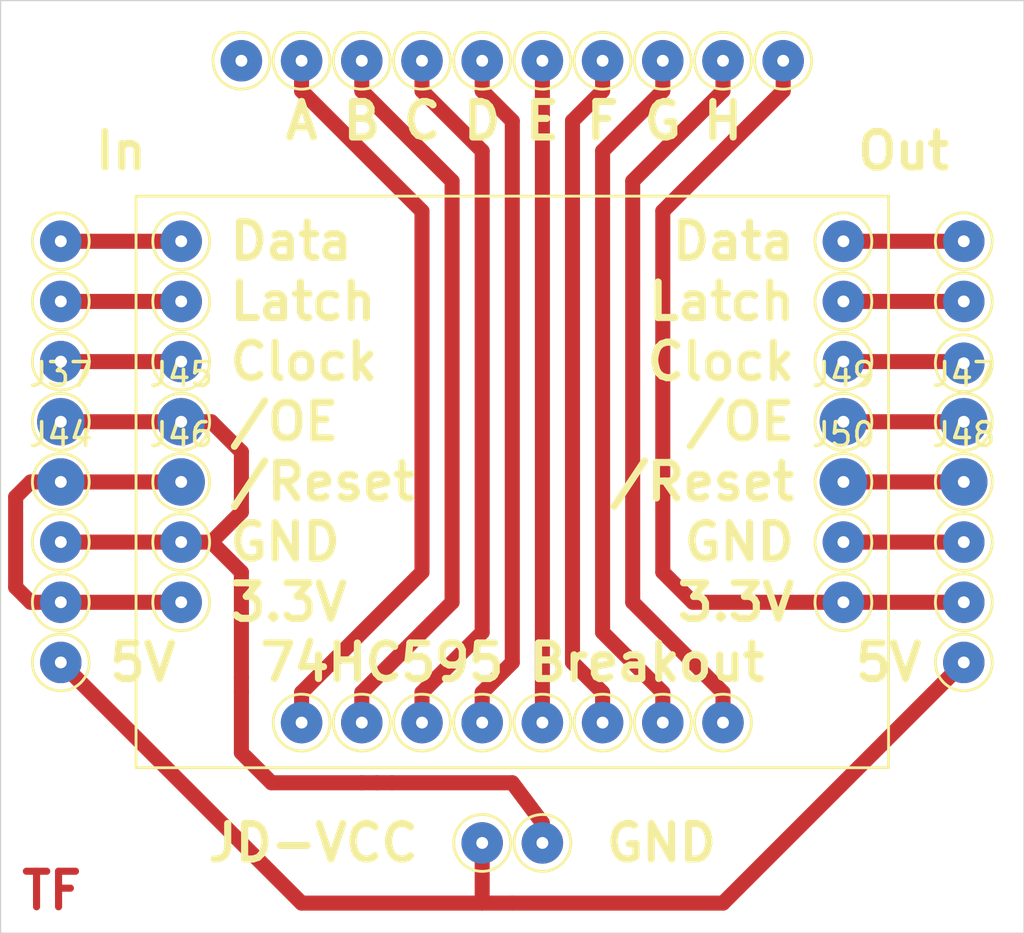
<source format=kicad_pcb>
(kicad_pcb (version 20211014) (generator pcbnew)
  (layers (0 "F.Cu" signal) (31 "B.Cu" signal) (34 "B.Paste" user) (35 "F.Paste" user) (36 "B.SilkS" user "B.Silkscreen") (37 "F.SilkS" user "F.Silkscreen") (38 "B.Mask" user) (39 "F.Mask" user) (44 "Edge.Cuts" user))
  (net 0 "")
  (net 1 "/5V")
  (net 2 "/A")
  (net 3 "/B")
  (net 4 "/C")
  (net 5 "/D")
  (net 6 "/E")
  (net 7 "/F")
  (net 8 "/G")
  (net 9 "/H")
  (net 10 "/Data1")
  (net 11 "/Latch1")
  (net 12 "/Clock1")
  (net 13 "/GND1")
  (net 14 "/3.3V1")
  (net 15 "/Data2")
  (net 16 "/Latch2")
  (net 17 "/Clock2")
  (net 18 "/GND2")
  (net 19 "/3.3V2")
  (net 20 "/OE2")
  (net 21 "/Reset2")
  (footprint "TestPoint:TestPoint_Pad_D2.0mm" (layer "F.Cu") (at 149.86 66.04 90)
    (fp_text reference "J1" hide)
    (fp_text value "Conn_01x01_Male" hide)
    (fp_circle (center 0 0) (end 0 1.2) (layer "F.SilkS") (width 0.12) (fill none))
    (pad "1" thru_hole circle locked (at 0 0 90) (size 1.75 1.75) (drill 0.5) (layers *.Cu *.Mask) (net 10 "/Data1"))
  )
  (footprint "TestPoint:TestPoint_Pad_D2.0mm" (layer "F.Cu") (at 149.86 68.58 90)
    (fp_text reference "J2" hide)
    (fp_text value "Conn_01x01_Male" hide)
    (fp_circle (center 0 0) (end 0 1.2) (layer "F.SilkS") (width 0.12) (fill none))
    (pad "1" thru_hole circle locked (at 0 0 90) (size 1.75 1.75) (drill 0.5) (layers *.Cu *.Mask) (net 11 "/Latch1"))
  )
  (footprint "TestPoint:TestPoint_Pad_D2.0mm" (layer "F.Cu") (at 149.86 71.12 90)
    (fp_text reference "J3" hide)
    (fp_text value "Conn_01x01_Male" hide)
    (fp_circle (center 0 0) (end 0 1.2) (layer "F.SilkS") (width 0.12) (fill none))
    (pad "1" thru_hole circle locked (at 0 0 90) (size 1.75 1.75) (drill 0.5) (layers *.Cu *.Mask) (net 12 "/Clock1"))
  )
  (footprint "TestPoint:TestPoint_Pad_D2.0mm" (layer "F.Cu") (at 144.78 78.74)
    (fp_text reference "J4" hide)
    (fp_text value "Conn_01x01_Male" hide)
    (fp_circle (center 0 0) (end 0 1.2) (layer "F.SilkS") (width 0.12) (fill none))
    (pad "1" thru_hole circle locked (at 0 0 90) (size 1.75 1.75) (drill 0.5) (layers *.Cu *.Mask) (net 13 "/GND1"))
  )
  (footprint "TestPoint:TestPoint_Pad_D2.0mm" (layer "F.Cu") (at 144.78 81.28 90)
    (fp_text reference "J6" hide)
    (fp_text value "Conn_01x01_Male" hide)
    (fp_circle (center 0 0) (end 0 1.2) (layer "F.SilkS") (width 0.12) (fill none))
    (pad "1" thru_hole circle locked (at 0 0 90) (size 1.75 1.75) (drill 0.5) (layers *.Cu *.Mask) (net 14 "/3.3V1"))
  )
  (footprint "TestPoint:TestPoint_Pad_D2.0mm" (layer "F.Cu") (at 182.88 83.82 90)
    (fp_text reference "J8" hide)
    (fp_text value "Conn_01x01_Male" hide)
    (fp_circle (center 0 0) (end 0 1.2) (layer "F.SilkS") (width 0.12) (fill none))
    (pad "1" thru_hole circle locked (at 0 0 90) (size 1.75 1.75) (drill 0.5) (layers *.Cu *.Mask) (net 1 "/5V"))
  )
  (footprint "TestPoint:TestPoint_Pad_D2.0mm" (layer "F.Cu") (at 144.78 66.04 90)
    (fp_text reference "J9" hide)
    (fp_text value "Conn_01x01_Male" hide)
    (fp_circle (center 0 0) (end 0 1.2) (layer "F.SilkS") (width 0.12) (fill none))
    (pad "1" thru_hole circle locked (at 0 0 90) (size 1.75 1.75) (drill 0.5) (layers *.Cu *.Mask) (net 10 "/Data1"))
  )
  (footprint "TestPoint:TestPoint_Pad_D2.0mm" (layer "F.Cu") (at 144.78 68.58 90)
    (fp_text reference "J10" hide)
    (fp_text value "Conn_01x01_Male" hide)
    (fp_circle (center 0 0) (end 0 1.2) (layer "F.SilkS") (width 0.12) (fill none))
    (pad "1" thru_hole circle locked (at 0 0 90) (size 1.75 1.75) (drill 0.5) (layers *.Cu *.Mask) (net 11 "/Latch1"))
  )
  (footprint "TestPoint:TestPoint_Pad_D2.0mm" (layer "F.Cu") (at 144.78 71.12 90)
    (fp_text reference "J11" hide)
    (fp_text value "Conn_01x01_Male" hide)
    (fp_circle (center 0 0) (end 0 1.2) (layer "F.SilkS") (width 0.12) (fill none))
    (pad "1" thru_hole circle locked (at 0 0 90) (size 1.75 1.75) (drill 0.5) (layers *.Cu *.Mask) (net 12 "/Clock1"))
  )
  (footprint "TestPoint:TestPoint_Pad_D2.0mm" (layer "F.Cu") (at 149.86 78.74 90)
    (fp_text reference "J12" hide)
    (fp_text value "Conn_01x01_Male" hide)
    (fp_circle (center 0 0) (end 0 1.2) (layer "F.SilkS") (width 0.12) (fill none))
    (pad "1" thru_hole circle locked (at 0 0 90) (size 1.75 1.75) (drill 0.5) (layers *.Cu *.Mask) (net 13 "/GND1"))
  )
  (footprint "TestPoint:TestPoint_Pad_D2.0mm" (layer "F.Cu") (at 149.86 81.28 90)
    (fp_text reference "J13" hide)
    (fp_text value "Conn_01x01_Male" hide)
    (fp_circle (center 0 0) (end 0 1.2) (layer "F.SilkS") (width 0.12) (fill none))
    (pad "1" thru_hole circle locked (at 0 0 90) (size 1.75 1.75) (drill 0.5) (layers *.Cu *.Mask) (net 14 "/3.3V1"))
  )
  (footprint "TestPoint:TestPoint_Pad_D2.0mm" (layer "F.Cu") (at 152.4 58.42 90)
    (fp_text reference "J14" hide)
    (fp_text value "Conn_01x01_Male" hide)
    (fp_circle (center 0 0) (end 0 1.2) (layer "F.SilkS") (width 0.12) (fill none))
    (pad "1" thru_hole circle locked (at 0 0 90) (size 1.75 1.75) (drill 0.5) (layers *.Cu *.Mask))
  )
  (footprint "TestPoint:TestPoint_Pad_D2.0mm" (layer "F.Cu") (at 154.94 86.36 90)
    (fp_text reference "J15" hide)
    (fp_text value "Conn_01x01_Male" hide)
    (fp_circle (center 0 0) (end 0 1.2) (layer "F.SilkS") (width 0.12) (fill none))
    (pad "1" thru_hole circle locked (at 0 0 90) (size 1.75 1.75) (drill 0.5) (layers *.Cu *.Mask) (net 2 "/A"))
  )
  (footprint "TestPoint:TestPoint_Pad_D2.0mm" (layer "F.Cu") (at 154.94 58.42 90)
    (fp_text reference "J16" hide)
    (fp_text value "Conn_01x01_Male" hide)
    (fp_circle (center 0 0) (end 0 1.2) (layer "F.SilkS") (width 0.12) (fill none))
    (pad "1" thru_hole circle locked (at 0 0 90) (size 1.75 1.75) (drill 0.5) (layers *.Cu *.Mask) (net 2 "/A"))
  )
  (footprint "TestPoint:TestPoint_Pad_D2.0mm" (layer "F.Cu") (at 157.48 58.42 90)
    (fp_text reference "J17" hide)
    (fp_text value "Conn_01x01_Male" hide)
    (fp_circle (center 0 0) (end 0 1.2) (layer "F.SilkS") (width 0.12) (fill none))
    (pad "1" thru_hole circle locked (at 0 0 90) (size 1.75 1.75) (drill 0.5) (layers *.Cu *.Mask) (net 3 "/B"))
  )
  (footprint "TestPoint:TestPoint_Pad_D2.0mm" (layer "F.Cu") (at 157.48 86.36 90)
    (fp_text reference "J18" hide)
    (fp_text value "Conn_01x01_Male" hide)
    (fp_circle (center 0 0) (end 0 1.2) (layer "F.SilkS") (width 0.12) (fill none))
    (pad "1" thru_hole circle locked (at 0 0 90) (size 1.75 1.75) (drill 0.5) (layers *.Cu *.Mask) (net 3 "/B"))
  )
  (footprint "TestPoint:TestPoint_Pad_D2.0mm" (layer "F.Cu") (at 160.02 86.36 90)
    (fp_text reference "J19" hide)
    (fp_text value "Conn_01x01_Male" hide)
    (fp_circle (center 0 0) (end 0 1.2) (layer "F.SilkS") (width 0.12) (fill none))
    (pad "1" thru_hole circle locked (at 0 0 90) (size 1.75 1.75) (drill 0.5) (layers *.Cu *.Mask) (net 4 "/C"))
  )
  (footprint "TestPoint:TestPoint_Pad_D2.0mm" (layer "F.Cu") (at 160.02 58.42 90)
    (fp_text reference "J20" hide)
    (fp_text value "Conn_01x01_Male" hide)
    (fp_circle (center 0 0) (end 0 1.2) (layer "F.SilkS") (width 0.12) (fill none))
    (pad "1" thru_hole circle locked (at 0 0 90) (size 1.75 1.75) (drill 0.5) (layers *.Cu *.Mask) (net 4 "/C"))
  )
  (footprint "TestPoint:TestPoint_Pad_D2.0mm" (layer "F.Cu") (at 162.56 86.36 90)
    (fp_text reference "J21" hide)
    (fp_text value "Conn_01x01_Male" hide)
    (fp_circle (center 0 0) (end 0 1.2) (layer "F.SilkS") (width 0.12) (fill none))
    (pad "1" thru_hole circle locked (at 0 0 90) (size 1.75 1.75) (drill 0.5) (layers *.Cu *.Mask) (net 5 "/D"))
  )
  (footprint "TestPoint:TestPoint_Pad_D2.0mm" (layer "F.Cu") (at 162.56 58.42 90)
    (fp_text reference "J22" hide)
    (fp_text value "Conn_01x01_Male" hide)
    (fp_circle (center 0 0) (end 0 1.2) (layer "F.SilkS") (width 0.12) (fill none))
    (pad "1" thru_hole circle locked (at 0 0 90) (size 1.75 1.75) (drill 0.5) (layers *.Cu *.Mask) (net 5 "/D"))
  )
  (footprint "TestPoint:TestPoint_Pad_D2.0mm" (layer "F.Cu") (at 165.1 86.36 90)
    (fp_text reference "J23" hide)
    (fp_text value "Conn_01x01_Male" hide)
    (fp_circle (center 0 0) (end 0 1.2) (layer "F.SilkS") (width 0.12) (fill none))
    (pad "1" thru_hole circle locked (at 0 0 90) (size 1.75 1.75) (drill 0.5) (layers *.Cu *.Mask) (net 6 "/E"))
  )
  (footprint "TestPoint:TestPoint_Pad_D2.0mm" (layer "F.Cu") (at 165.1 58.42 90)
    (fp_text reference "J24" hide)
    (fp_text value "Conn_01x01_Male" hide)
    (fp_circle (center 0 0) (end 0 1.2) (layer "F.SilkS") (width 0.12) (fill none))
    (pad "1" thru_hole circle locked (at 0 0 90) (size 1.75 1.75) (drill 0.5) (layers *.Cu *.Mask) (net 6 "/E"))
  )
  (footprint "TestPoint:TestPoint_Pad_D2.0mm" (layer "F.Cu") (at 167.64 86.36 90)
    (fp_text reference "J25" hide)
    (fp_text value "Conn_01x01_Male" hide)
    (fp_circle (center 0 0) (end 0 1.2) (layer "F.SilkS") (width 0.12) (fill none))
    (pad "1" thru_hole circle locked (at 0 0 90) (size 1.75 1.75) (drill 0.5) (layers *.Cu *.Mask) (net 7 "/F"))
  )
  (footprint "TestPoint:TestPoint_Pad_D2.0mm" (layer "F.Cu") (at 167.64 58.42 90)
    (fp_text reference "J26" hide)
    (fp_text value "Conn_01x01_Male" hide)
    (fp_circle (center 0 0) (end 0 1.2) (layer "F.SilkS") (width 0.12) (fill none))
    (pad "1" thru_hole circle locked (at 0 0 90) (size 1.75 1.75) (drill 0.5) (layers *.Cu *.Mask) (net 7 "/F"))
  )
  (footprint "TestPoint:TestPoint_Pad_D2.0mm" (layer "F.Cu") (at 170.18 58.42 90)
    (fp_text reference "J27" hide)
    (fp_text value "Conn_01x01_Male" hide)
    (fp_circle (center 0 0) (end 0 1.2) (layer "F.SilkS") (width 0.12) (fill none))
    (pad "1" thru_hole circle locked (at 0 0 90) (size 1.75 1.75) (drill 0.5) (layers *.Cu *.Mask) (net 8 "/G"))
  )
  (footprint "TestPoint:TestPoint_Pad_D2.0mm" (layer "F.Cu") (at 170.18 86.36 90)
    (fp_text reference "J28" hide)
    (fp_text value "Conn_01x01_Male" hide)
    (fp_circle (center 0 0) (end 0 1.2) (layer "F.SilkS") (width 0.12) (fill none))
    (pad "1" thru_hole circle locked (at 0 0 90) (size 1.75 1.75) (drill 0.5) (layers *.Cu *.Mask) (net 8 "/G"))
  )
  (footprint "TestPoint:TestPoint_Pad_D2.0mm" (layer "F.Cu") (at 172.72 86.36 90)
    (fp_text reference "J29" hide)
    (fp_text value "Conn_01x01_Male" hide)
    (fp_circle (center 0 0) (end 0 1.2) (layer "F.SilkS") (width 0.12) (fill none))
    (pad "1" thru_hole circle locked (at 0 0 90) (size 1.75 1.75) (drill 0.5) (layers *.Cu *.Mask) (net 9 "/H"))
  )
  (footprint "TestPoint:TestPoint_Pad_D2.0mm" (layer "F.Cu") (at 172.72 58.42 90)
    (fp_text reference "J30" hide)
    (fp_text value "Conn_01x01_Male" hide)
    (fp_circle (center 0 0) (end 0 1.2) (layer "F.SilkS") (width 0.12) (fill none))
    (pad "1" thru_hole circle locked (at 0 0 90) (size 1.75 1.75) (drill 0.5) (layers *.Cu *.Mask) (net 9 "/H"))
  )
  (footprint "TestPoint:TestPoint_Pad_D2.0mm" (layer "F.Cu") (at 177.8 66.04 90)
    (fp_text reference "J32" hide)
    (fp_text value "Conn_01x01_Male" hide)
    (fp_circle (center 0 0) (end 0 1.2) (layer "F.SilkS") (width 0.12) (fill none))
    (pad "1" thru_hole circle locked (at 0 0 90) (size 1.75 1.75) (drill 0.5) (layers *.Cu *.Mask) (net 15 "/Data2"))
  )
  (footprint "TestPoint:TestPoint_Pad_D2.0mm" (layer "F.Cu") (at 182.88 68.58 90)
    (fp_text reference "J33" hide)
    (fp_text value "Conn_01x01_Male" hide)
    (fp_circle (center 0 0) (end 0 1.2) (layer "F.SilkS") (width 0.12) (fill none))
    (pad "1" thru_hole circle locked (at 0 0 90) (size 1.75 1.75) (drill 0.5) (layers *.Cu *.Mask) (net 16 "/Latch2"))
  )
  (footprint "TestPoint:TestPoint_Pad_D2.0mm" (layer "F.Cu") (at 182.88 71.19 90)
    (fp_text reference "J34" hide)
    (fp_text value "Conn_01x01_Male" hide)
    (fp_circle (center 0 0) (end 0 1.2) (layer "F.SilkS") (width 0.12) (fill none))
    (pad "1" thru_hole circle locked (at 0 0 90) (size 1.75 1.75) (drill 0.5) (layers *.Cu *.Mask) (net 17 "/Clock2"))
  )
  (footprint "TestPoint:TestPoint_Pad_D2.0mm" (layer "F.Cu") (at 177.8 78.74 90)
    (fp_text reference "J35" hide)
    (fp_text value "Conn_01x01_Male" hide)
    (fp_circle (center 0 0) (end 0 1.2) (layer "F.SilkS") (width 0.12) (fill none))
    (pad "1" thru_hole circle locked (at 0 0 90) (size 1.75 1.75) (drill 0.5) (layers *.Cu *.Mask) (net 18 "/GND2"))
  )
  (footprint "TestPoint:TestPoint_Pad_D2.0mm" (layer "F.Cu") (at 177.8 81.28 90)
    (fp_text reference "J36" hide)
    (fp_text value "Conn_01x01_Male" hide)
    (fp_circle (center 0 0) (end 0 1.2) (layer "F.SilkS") (width 0.12) (fill none))
    (pad "1" thru_hole circle locked (at 0 0 90) (size 1.75 1.75) (drill 0.5) (layers *.Cu *.Mask) (net 19 "/3.3V2"))
  )
  (footprint "TestPoint:TestPoint_Pad_D2.0mm" (layer "F.Cu") (at 182.88 66.04 90)
    (fp_text reference "J38" hide)
    (fp_text value "Conn_01x01_Male" hide)
    (fp_circle (center 0 0) (end 0 1.2) (layer "F.SilkS") (width 0.12) (fill none))
    (pad "1" thru_hole circle locked (at 0 0 90) (size 1.75 1.75) (drill 0.5) (layers *.Cu *.Mask) (net 15 "/Data2"))
  )
  (footprint "TestPoint:TestPoint_Pad_D2.0mm" (layer "F.Cu") (at 177.8 68.58 90)
    (fp_text reference "J39" hide)
    (fp_text value "Conn_01x01_Male" hide)
    (fp_circle (center 0 0) (end 0 1.2) (layer "F.SilkS") (width 0.12) (fill none))
    (pad "1" thru_hole circle locked (at 0 0 90) (size 1.75 1.75) (drill 0.5) (layers *.Cu *.Mask) (net 16 "/Latch2"))
  )
  (footprint "TestPoint:TestPoint_Pad_D2.0mm" (layer "F.Cu") (at 177.8 71.12 90)
    (fp_text reference "J40" hide)
    (fp_text value "Conn_01x01_Male" hide)
    (fp_circle (center 0 0) (end 0 1.2) (layer "F.SilkS") (width 0.12) (fill none))
    (pad "1" thru_hole circle locked (at 0 0 90) (size 1.75 1.75) (drill 0.5) (layers *.Cu *.Mask) (net 17 "/Clock2"))
  )
  (footprint "TestPoint:TestPoint_Pad_D2.0mm" (layer "F.Cu") (at 182.88 78.74 90)
    (fp_text reference "J41" hide)
    (fp_text value "Conn_01x01_Male" hide)
    (fp_circle (center 0 0) (end 0 1.2) (layer "F.SilkS") (width 0.12) (fill none))
    (pad "1" thru_hole circle locked (at 0 0 90) (size 1.75 1.75) (drill 0.5) (layers *.Cu *.Mask) (net 18 "/GND2"))
  )
  (footprint "TestPoint:TestPoint_Pad_D2.0mm" (layer "F.Cu") (at 182.88 81.28 90)
    (fp_text reference "J42" hide)
    (fp_text value "Conn_01x01_Male" hide)
    (fp_circle (center 0 0) (end 0 1.2) (layer "F.SilkS") (width 0.12) (fill none))
    (pad "1" thru_hole circle locked (at 0 0 90) (size 1.75 1.75) (drill 0.5) (layers *.Cu *.Mask) (net 19 "/3.3V2"))
  )
  (footprint "TestPoint:TestPoint_Pad_D2.0mm" (layer "F.Cu") (at 144.78 83.82 90)
    (fp_text reference "J43" hide)
    (fp_text value "Conn_01x01_Male" hide)
    (fp_circle (center 0 0) (end 0 1.2) (layer "F.SilkS") (width 0.12) (fill none))
    (pad "1" thru_hole circle locked (at 0 0 90) (size 1.75 1.75) (drill 0.5) (layers *.Cu *.Mask) (net 1 "/5V"))
  )
  (footprint "TestPoint:TestPoint_Pad_D2.0mm" (layer "F.Cu") (at 162.56 91.44)
    (fp_text reference "J5" hide)
    (fp_text value "Conn_01x01_Male" hide)
    (fp_circle (center 0 0) (end 0 1.2) (layer "F.SilkS") (width 0.12) (fill none))
    (pad "1" thru_hole circle locked (at 0 0 90) (size 1.75 1.75) (drill 0.5) (layers *.Cu *.Mask) (net 1 "/5V"))
  )
  (footprint "TestPoint:TestPoint_Pad_D2.0mm" (layer "F.Cu") (at 165.1 91.44)
    (fp_text reference "J7" hide)
    (fp_text value "Conn_01x01_Male" hide)
    (fp_circle (center 0 0) (end 0 1.2) (layer "F.SilkS") (width 0.12) (fill none))
    (pad "1" thru_hole circle locked (at 0 0 90) (size 1.75 1.75) (drill 0.5) (layers *.Cu *.Mask) (net 13 "/GND1"))
  )
  (footprint "TestPoint:TestPoint_Pad_D2.0mm" (layer "F.Cu") (at 175.26 58.42 90)
    (fp_text reference "J31" hide)
    (fp_text value "Conn_01x01_Male" hide)
    (fp_circle (center 0 0) (end 0 1.2) (layer "F.SilkS") (width 0.12) (fill none))
    (pad "1" thru_hole circle locked (at 0 0 90) (size 1.75 1.75) (drill 0.5) (layers *.Cu *.Mask) (net 19 "/3.3V2"))
  )
  (footprint "TestPoint:TestPoint_Pad_D2.0mm" (layer "F.Cu") (at 144.78 73.66)
    (fp_text reference "J37" (at 0 -1.998) (layer "F.SilkS"))
    (fp_text value "Conn_01x01_Male" hide)
    (fp_circle (center 0 0) (end 0 1.2) (layer "F.SilkS") (width 0.12) (fill none))
    (pad "1" thru_hole circle locked (at 0 0) (size 2 2) (drill 0.5) (layers *.Cu *.Mask) (net 13 "/GND1"))
  )
  (footprint "TestPoint:TestPoint_Pad_D2.0mm" (layer "F.Cu") (at 144.78 76.2)
    (fp_text reference "J44" (at 0 -1.998) (layer "F.SilkS"))
    (fp_text value "Conn_01x01_Male" hide)
    (fp_circle (center 0 0) (end 0 1.2) (layer "F.SilkS") (width 0.12) (fill none))
    (pad "1" thru_hole circle locked (at 0 0) (size 2 2) (drill 0.5) (layers *.Cu *.Mask) (net 14 "/3.3V1"))
  )
  (footprint "TestPoint:TestPoint_Pad_D2.0mm" (layer "F.Cu") (at 149.86 73.66)
    (fp_text reference "J45" (at 0 -1.998) (layer "F.SilkS"))
    (fp_text value "Conn_01x01_Male" hide)
    (fp_circle (center 0 0) (end 0 1.2) (layer "F.SilkS") (width 0.12) (fill none))
    (pad "1" thru_hole circle locked (at 0 0) (size 2 2) (drill 0.5) (layers *.Cu *.Mask) (net 13 "/GND1"))
  )
  (footprint "TestPoint:TestPoint_Pad_D2.0mm" (layer "F.Cu") (at 149.86 76.2)
    (fp_text reference "J46" (at 0 -1.998) (layer "F.SilkS"))
    (fp_text value "Conn_01x01_Male" hide)
    (fp_circle (center 0 0) (end 0 1.2) (layer "F.SilkS") (width 0.12) (fill none))
    (pad "1" thru_hole circle locked (at 0 0) (size 2 2) (drill 0.5) (layers *.Cu *.Mask) (net 14 "/3.3V1"))
  )
  (footprint "TestPoint:TestPoint_Pad_D2.0mm" (layer "F.Cu") (at 182.88 73.66)
    (fp_text reference "J47" (at 0 -1.998) (layer "F.SilkS"))
    (fp_text value "Conn_01x01_Male" hide)
    (fp_circle (center 0 0) (end 0 1.2) (layer "F.SilkS") (width 0.12) (fill none))
    (pad "1" thru_hole circle locked (at 0 0) (size 2 2) (drill 0.5) (layers *.Cu *.Mask) (net 20 "/OE2"))
  )
  (footprint "TestPoint:TestPoint_Pad_D2.0mm" (layer "F.Cu") (at 182.88 76.2)
    (fp_text reference "J48" (at 0 -1.998) (layer "F.SilkS"))
    (fp_text value "Conn_01x01_Male" hide)
    (fp_circle (center 0 0) (end 0 1.2) (layer "F.SilkS") (width 0.12) (fill none))
    (pad "1" thru_hole circle locked (at 0 0) (size 2 2) (drill 0.5) (layers *.Cu *.Mask) (net 21 "/Reset2"))
  )
  (footprint "TestPoint:TestPoint_Pad_D2.0mm" (layer "F.Cu") (at 177.8 73.66)
    (fp_text reference "J49" (at 0 -1.998) (layer "F.SilkS"))
    (fp_text value "Conn_01x01_Male" hide)
    (fp_circle (center 0 0) (end 0 1.2) (layer "F.SilkS") (width 0.12) (fill none))
    (pad "1" thru_hole circle locked (at 0 0) (size 2 2) (drill 0.5) (layers *.Cu *.Mask) (net 20 "/OE2"))
  )
  (footprint "TestPoint:TestPoint_Pad_D2.0mm" (layer "F.Cu") (at 177.8 76.2)
    (fp_text reference "J50" (at 0 -1.998) (layer "F.SilkS"))
    (fp_text value "Conn_01x01_Male" hide)
    (fp_circle (center 0 0) (end 0 1.2) (layer "F.SilkS") (width 0.12) (fill none))
    (pad "1" thru_hole circle locked (at 0 0) (size 2 2) (drill 0.5) (layers *.Cu *.Mask) (net 21 "/Reset2"))
  )
  (gr_line (start 179.705 88.265) (end 147.955 88.265) (layer "F.SilkS") (width 0.12))
  (gr_line (start 147.955 64.135) (end 179.705 64.135) (layer "F.SilkS") (width 0.12))
  (gr_line (start 179.705 64.135) (end 179.705 88.265) (layer "F.SilkS") (width 0.12))
  (gr_line (start 147.955 64.135) (end 147.955 88.265) (layer "F.SilkS") (width 0.12))
  (gr_line (start 185.42 55.88) (end 142.24 55.88) (layer "Edge.Cuts") (width 0.05))
  (gr_line (start 142.24 95.25) (end 142.24 55.88) (layer "Edge.Cuts") (width 0.05))
  (gr_line (start 185.42 55.88) (end 185.42 95.25) (layer "Edge.Cuts") (width 0.05))
  (gr_line (start 185.42 95.25) (end 142.24 95.25) (layer "Edge.Cuts") (width 0.05))
  (gr_text "TF" (at 144.400126 93.456533) (layer "F.Cu") (effects (font (size 1.5 1.5) (thickness 0.3))))
  (gr_text "A" (at 154.94 60.96) (layer "F.SilkS") (effects (font (size 1.5 1.5) (thickness 0.3))))
  (gr_text "B" (at 157.48 60.96) (layer "F.SilkS") (effects (font (size 1.5 1.5) (thickness 0.3))))
  (gr_text "C" (at 160.02 60.96) (layer "F.SilkS") (effects (font (size 1.5 1.5) (thickness 0.3))))
  (gr_text "D" (at 162.56 60.96) (layer "F.SilkS") (effects (font (size 1.5 1.5) (thickness 0.3))))
  (gr_text "E" (at 165.1 60.96) (layer "F.SilkS") (effects (font (size 1.5 1.5) (thickness 0.3))))
  (gr_text "F" (at 167.64 60.96) (layer "F.SilkS") (effects (font (size 1.5 1.5) (thickness 0.3))))
  (gr_text "G" (at 170.18 60.96) (layer "F.SilkS") (effects (font (size 1.5 1.5) (thickness 0.3))))
  (gr_text "H" (at 172.72 60.96) (layer "F.SilkS") (effects (font (size 1.5 1.5) (thickness 0.3))))
  (gr_text "5V" (at 179.705 83.82) (layer "F.SilkS") (effects (font (size 1.5 1.5) (thickness 0.3))))
  (gr_text "74HC595 Breakout" (at 163.83 83.82) (layer "F.SilkS") (effects (font (size 1.5 1.5) (thickness 0.3))))
  (gr_text "In" (at 147.32 62.23) (layer "F.SilkS") (effects (font (size 1.5 1.5) (thickness 0.3))))
  (gr_text "Out" (at 180.34 62.23) (layer "F.SilkS") (effects (font (size 1.5 1.5) (thickness 0.3))))
  (gr_text "Latch" (at 151.765 68.58) (layer "F.SilkS") (effects (font (size 1.5 1.5) (thickness 0.3)) (justify left)))
  (gr_text "5V" (at 146.685 83.82) (layer "F.SilkS") (effects (font (size 1.5 1.5) (thickness 0.3)) (justify left)))
  (gr_text "Latch" (at 175.895 68.58) (layer "F.SilkS") (effects (font (size 1.5 1.5) (thickness 0.3)) (justify right)))
  (gr_text "GND" (at 175.895 78.74) (layer "F.SilkS") (effects (font (size 1.5 1.5) (thickness 0.3)) (justify right)))
  (gr_text "/OE" (at 175.895 73.66) (layer "F.SilkS") (effects (font (size 1.5 1.5) (thickness 0.3)) (justify right)))
  (gr_text "/Reset" (at 175.895 76.2) (layer "F.SilkS") (effects (font (size 1.5 1.5) (thickness 0.3)) (justify right)))
  (gr_text "Data" (at 175.895 66.04) (layer "F.SilkS") (effects (font (size 1.5 1.5) (thickness 0.3)) (justify right)))
  (gr_text "Clock" (at 175.895 71.12) (layer "F.SilkS") (effects (font (size 1.5 1.5) (thickness 0.3)) (justify right)))
  (gr_text "3.3V" (at 175.895 81.28) (layer "F.SilkS") (effects (font (size 1.5 1.5) (thickness 0.3)) (justify right)))
  (gr_text "JD-VCC" (at 160.02 91.44) (layer "F.SilkS") (effects (font (size 1.5 1.5) (thickness 0.3)) (justify right)))
  (gr_text "GND" (at 167.64 91.44) (layer "F.SilkS") (effects (font (size 1.5 1.5) (thickness 0.3)) (justify left)))
  (gr_text "3.3V" (at 151.765 81.28) (layer "F.SilkS") (effects (font (size 1.5 1.5) (thickness 0.3)) (justify left)))
  (gr_text "GND" (at 151.765 78.74) (layer "F.SilkS") (effects (font (size 1.5 1.5) (thickness 0.3)) (justify left)))
  (gr_text "/Reset" (at 151.765 76.2) (layer "F.SilkS") (effects (font (size 1.5 1.5) (thickness 0.3)) (justify left)))
  (gr_text "Data" (at 151.765 66.04) (layer "F.SilkS") (effects (font (size 1.5 1.5) (thickness 0.3)) (justify left)))
  (gr_text "/OE" (at 151.765 73.66) (layer "F.SilkS") (effects (font (size 1.5 1.5) (thickness 0.3)) (justify left)))
  (gr_text "Clock" (at 151.765 71.12) (layer "F.SilkS") (effects (font (size 1.5 1.5) (thickness 0.3)) (justify left)))
  (segment (start 162.56 93.98) (end 154.94 93.98) (width 0.635) (layer "F.Cu") (net 1))
  (segment (start 182.88 83.82) (end 172.72 93.98) (width 0.635) (layer "F.Cu") (net 1))
  (segment (start 172.72 93.98) (end 163.83 93.98) (width 0.635) (layer "F.Cu") (net 1))
  (segment (start 162.56 93.98) (end 162.56 91.44) (width 0.635) (layer "F.Cu") (net 1))
  (segment (start 154.94 93.98) (end 144.78 83.82) (width 0.635) (layer "F.Cu") (net 1))
  (segment (start 163.83 93.98) (end 162.56 93.98) (width 0.635) (layer "F.Cu") (net 1))
  (segment (start 154.94 85.09) (end 154.94 86.36) (width 0.635) (layer "F.Cu") (net 2))
  (segment (start 160.02 64.77) (end 160.02 80.01) (width 0.635) (layer "F.Cu") (net 2))
  (segment (start 154.94 58.42) (end 154.94 59.69) (width 0.635) (layer "F.Cu") (net 2))
  (segment (start 154.94 59.69) (end 160.02 64.77) (width 0.635) (layer "F.Cu") (net 2))
  (segment (start 160.02 80.01) (end 154.94 85.09) (width 0.635) (layer "F.Cu") (net 2))
  (segment (start 157.48 59.69) (end 157.48 58.42) (width 0.635) (layer "F.Cu") (net 3))
  (segment (start 157.48 86.36) (end 157.48 85.09) (width 0.635) (layer "F.Cu") (net 3))
  (segment (start 161.29 63.5) (end 157.48 59.69) (width 0.635) (layer "F.Cu") (net 3))
  (segment (start 157.48 85.09) (end 161.29 81.28) (width 0.635) (layer "F.Cu") (net 3))
  (segment (start 161.29 81.28) (end 161.29 63.5) (width 0.635) (layer "F.Cu") (net 3))
  (segment (start 160.02 59.69) (end 162.56 62.23) (width 0.635) (layer "F.Cu") (net 4))
  (segment (start 162.56 62.23) (end 162.56 82.55) (width 0.635) (layer "F.Cu") (net 4))
  (segment (start 162.56 82.55) (end 160.02 85.09) (width 0.635) (layer "F.Cu") (net 4))
  (segment (start 160.02 59.69) (end 160.02 58.42) (width 0.635) (layer "F.Cu") (net 4))
  (segment (start 160.02 85.09) (end 160.02 86.36) (width 0.635) (layer "F.Cu") (net 4))
  (segment (start 163.83 60.96) (end 163.83 83.82) (width 0.635) (layer "F.Cu") (net 5))
  (segment (start 163.83 83.82) (end 162.56 85.09) (width 0.635) (layer "F.Cu") (net 5))
  (segment (start 162.56 85.09) (end 162.56 86.36) (width 0.635) (layer "F.Cu") (net 5))
  (segment (start 162.56 59.69) (end 163.83 60.96) (width 0.635) (layer "F.Cu") (net 5))
  (segment (start 162.56 58.42) (end 162.56 59.69) (width 0.635) (layer "F.Cu") (net 5))
  (segment (start 165.1 86.36) (end 165.1 58.42) (width 0.635) (layer "F.Cu") (net 6))
  (segment (start 166.37 83.82) (end 166.37 60.96) (width 0.635) (layer "F.Cu") (net 7))
  (segment (start 167.64 59.69) (end 167.64 58.42) (width 0.635) (layer "F.Cu") (net 7))
  (segment (start 167.64 86.36) (end 167.64 85.09) (width 0.635) (layer "F.Cu") (net 7))
  (segment (start 167.64 85.09) (end 166.37 83.82) (width 0.635) (layer "F.Cu") (net 7))
  (segment (start 166.37 60.96) (end 167.64 59.69) (width 0.635) (layer "F.Cu") (net 7))
  (segment (start 170.18 58.42) (end 170.18 59.69) (width 0.635) (layer "F.Cu") (net 8))
  (segment (start 170.18 85.09) (end 170.18 86.36) (width 0.635) (layer "F.Cu") (net 8))
  (segment (start 167.64 62.23) (end 167.64 82.55) (width 0.635) (layer "F.Cu") (net 8))
  (segment (start 167.64 82.55) (end 170.18 85.09) (width 0.635) (layer "F.Cu") (net 8))
  (segment (start 170.18 59.69) (end 167.64 62.23) (width 0.635) (layer "F.Cu") (net 8))
  (segment (start 172.72 85.09) (end 168.91 81.28) (width 0.635) (layer "F.Cu") (net 9))
  (segment (start 172.72 86.36) (end 172.72 85.09) (width 0.635) (layer "F.Cu") (net 9))
  (segment (start 168.91 81.28) (end 168.91 63.5) (width 0.635) (layer "F.Cu") (net 9))
  (segment (start 168.91 63.5) (end 172.72 59.69) (width 0.635) (layer "F.Cu") (net 9))
  (segment (start 172.72 59.69) (end 172.72 58.42) (width 0.635) (layer "F.Cu") (net 9))
  (segment (start 144.78 66.04) (end 149.86 66.04) (width 0.635) (layer "F.Cu") (net 10))
  (segment (start 144.78 68.58) (end 149.86 68.58) (width 0.635) (layer "F.Cu") (net 11))
  (segment (start 144.78 71.12) (end 149.86 71.12) (width 0.635) (layer "F.Cu") (net 12))
  (segment (start 157.48 88.9) (end 153.67 88.9) (width 0.635) (layer "F.Cu") (net 13))
  (segment (start 151.13 78.74) (end 149.86 78.74) (width 0.635) (layer "F.Cu") (net 13))
  (segment (start 144.78 73.66) (end 149.86 73.66) (width 0.635) (layer "F.Cu") (net 13))
  (segment (start 152.4 87.63) (end 152.4 85.09) (width 0.635) (layer "F.Cu") (net 13))
  (segment (start 144.78 78.74) (end 149.86 78.74) (width 0.635) (layer "F.Cu") (net 13))
  (segment (start 163.83 88.9) (end 158.75 88.9) (width 0.635) (layer "F.Cu") (net 13))
  (segment (start 151.13 73.66) (end 149.86 73.66) (width 0.635) (layer "F.Cu") (net 13))
  (segment (start 152.4 80.01) (end 151.13 78.74) (width 0.635) (layer "F.Cu") (net 13))
  (segment (start 152.4 74.93) (end 151.13 73.66) (width 0.635) (layer "F.Cu") (net 13))
  (segment (start 152.4 84.455) (end 152.4 80.01) (width 0.635) (layer "F.Cu") (net 13))
  (segment (start 152.4 85.09) (end 152.4 84.455) (width 0.635) (layer "F.Cu") (net 13))
  (segment (start 151.13 78.74) (end 152.4 77.47) (width 0.635) (layer "F.Cu") (net 13))
  (segment (start 158.115 88.9) (end 157.48 88.9) (width 0.635) (layer "F.Cu") (net 13))
  (segment (start 165.1 90.593333) (end 163.83 88.9) (width 0.635) (layer "F.Cu") (net 13))
  (segment (start 158.75 88.9) (end 158.115 88.9) (width 0.635) (layer "F.Cu") (net 13))
  (segment (start 152.4 77.47) (end 152.4 74.93) (width 0.635) (layer "F.Cu") (net 13))
  (segment (start 153.67 88.9) (end 152.4 87.63) (width 0.635) (layer "F.Cu") (net 13))
  (segment (start 142.875 76.835) (end 143.51 76.2) (width 0.635) (layer "F.Cu") (net 14))
  (segment (start 143.51 81.28) (end 142.875 80.645) (width 0.635) (layer "F.Cu") (net 14))
  (segment (start 144.78 81.28) (end 149.86 81.28) (width 0.635) (layer "F.Cu") (net 14))
  (segment (start 143.51 76.2) (end 144.78 76.2) (width 0.635) (layer "F.Cu") (net 14))
  (segment (start 144.78 81.28) (end 143.51 81.28) (width 0.635) (layer "F.Cu") (net 14))
  (segment (start 142.875 80.645) (end 142.875 76.835) (width 0.635) (layer "F.Cu") (net 14))
  (segment (start 149.86 76.2) (end 144.78 76.2) (width 0.635) (layer "F.Cu") (net 14))
  (segment (start 177.8 66.04) (end 182.88 66.04) (width 0.635) (layer "F.Cu") (net 15))
  (segment (start 177.8 68.58) (end 182.88 68.58) (width 0.635) (layer "F.Cu") (net 16))
  (segment (start 177.8 71.12) (end 182.81 71.12) (width 0.635) (layer "F.Cu") (net 17))
  (segment (start 182.81 71.12) (end 182.88 71.19) (width 0.635) (layer "F.Cu") (net 17))
  (segment (start 177.8 78.74) (end 182.88 78.74) (width 0.635) (layer "F.Cu") (net 18))
  (segment (start 175.26 58.42) (end 175.26 59.69) (width 0.635) (layer "F.Cu") (net 19))
  (segment (start 177.8 81.28) (end 182.88 81.28) (width 0.635) (layer "F.Cu") (net 19))
  (segment (start 170.18 64.77) (end 170.18 80.01) (width 0.635) (layer "F.Cu") (net 19))
  (segment (start 175.26 59.69) (end 170.18 64.77) (width 0.635) (layer "F.Cu") (net 19))
  (segment (start 170.18 80.01) (end 171.45 81.28) (width 0.635) (layer "F.Cu") (net 19))
  (segment (start 171.45 81.28) (end 177.8 81.28) (width 0.635) (layer "F.Cu") (net 19))
  (segment (start 177.8 73.66) (end 182.88 73.66) (width 0.635) (layer "F.Cu") (net 20))
  (segment (start 177.8 76.2) (end 182.88 76.2) (width 0.635) (layer "F.Cu") (net 21))
)
</source>
